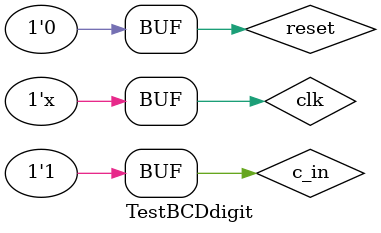
<source format=v>
`timescale 1ns / 1ps


module TestBCDdigit;

	// Inputs
	reg clk;
	reg c_in;
	reg reset;

	// Outputs
	wire [3:0] digit;
	wire c_out;

	// Instantiate the Unit Under Test (UUT)
	bcd_digit uut (
		.clk(clk), 
		.c_in(c_in), 
		.reset(reset), 
		.digit(digit), 
		.c_out(c_out)
	);

	initial begin
		// Initialize Inputs
		clk = 0;
		c_in = 1;
		reset = 0;

		// Wait 100 ns for global reset to finish
		#100;
		// Add stimulus here

	end
	
	always
	begin
			#10 clk = !clk;
	end
      
endmodule


</source>
